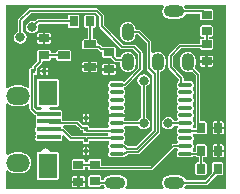
<source format=gbr>
%TF.GenerationSoftware,Altium Limited,Altium Designer,20.1.8 (145)*%
G04 Layer_Physical_Order=1*
G04 Layer_Color=255*
%FSLAX44Y44*%
%MOMM*%
%TF.SameCoordinates,E54140C2-77ED-4701-9F9C-26571285D32F*%
%TF.FilePolarity,Positive*%
%TF.FileFunction,Copper,L1,Top,Signal*%
%TF.Part,Single*%
G01*
G75*
%TA.AperFunction,SMDPad,CuDef*%
G04:AMPARAMS|DCode=10|XSize=0.35mm|YSize=1.15mm|CornerRadius=0.0875mm|HoleSize=0mm|Usage=FLASHONLY|Rotation=270.000|XOffset=0mm|YOffset=0mm|HoleType=Round|Shape=RoundedRectangle|*
%AMROUNDEDRECTD10*
21,1,0.3500,0.9750,0,0,270.0*
21,1,0.1750,1.1500,0,0,270.0*
1,1,0.1750,-0.4875,-0.0875*
1,1,0.1750,-0.4875,0.0875*
1,1,0.1750,0.4875,0.0875*
1,1,0.1750,0.4875,-0.0875*
%
%ADD10ROUNDEDRECTD10*%
G04:AMPARAMS|DCode=11|XSize=0.35mm|YSize=2mm|CornerRadius=0.0018mm|HoleSize=0mm|Usage=FLASHONLY|Rotation=270.000|XOffset=0mm|YOffset=0mm|HoleType=Round|Shape=RoundedRectangle|*
%AMROUNDEDRECTD11*
21,1,0.3500,1.9965,0,0,270.0*
21,1,0.3465,2.0000,0,0,270.0*
1,1,0.0035,-0.9983,-0.1733*
1,1,0.0035,-0.9983,0.1733*
1,1,0.0035,0.9983,0.1733*
1,1,0.0035,0.9983,-0.1733*
%
%ADD11ROUNDEDRECTD11*%
G04:AMPARAMS|DCode=12|XSize=2.1mm|YSize=1.6mm|CornerRadius=0.008mm|HoleSize=0mm|Usage=FLASHONLY|Rotation=270.000|XOffset=0mm|YOffset=0mm|HoleType=Round|Shape=RoundedRectangle|*
%AMROUNDEDRECTD12*
21,1,2.1000,1.5840,0,0,270.0*
21,1,2.0840,1.6000,0,0,270.0*
1,1,0.0160,-0.7920,-1.0420*
1,1,0.0160,-0.7920,1.0420*
1,1,0.0160,0.7920,1.0420*
1,1,0.0160,0.7920,-1.0420*
%
%ADD12ROUNDEDRECTD12*%
G04:AMPARAMS|DCode=13|XSize=0.85mm|YSize=0.65mm|CornerRadius=0.0033mm|HoleSize=0mm|Usage=FLASHONLY|Rotation=0.000|XOffset=0mm|YOffset=0mm|HoleType=Round|Shape=RoundedRectangle|*
%AMROUNDEDRECTD13*
21,1,0.8500,0.6435,0,0,0.0*
21,1,0.8435,0.6500,0,0,0.0*
1,1,0.0065,0.4218,-0.3218*
1,1,0.0065,-0.4218,-0.3218*
1,1,0.0065,-0.4218,0.3218*
1,1,0.0065,0.4218,0.3218*
%
%ADD13ROUNDEDRECTD13*%
G04:AMPARAMS|DCode=14|XSize=0.6mm|YSize=1mm|CornerRadius=0.003mm|HoleSize=0mm|Usage=FLASHONLY|Rotation=270.000|XOffset=0mm|YOffset=0mm|HoleType=Round|Shape=RoundedRectangle|*
%AMROUNDEDRECTD14*
21,1,0.6000,0.9940,0,0,270.0*
21,1,0.5940,1.0000,0,0,270.0*
1,1,0.0060,-0.4970,-0.2970*
1,1,0.0060,-0.4970,0.2970*
1,1,0.0060,0.4970,0.2970*
1,1,0.0060,0.4970,-0.2970*
%
%ADD14ROUNDEDRECTD14*%
G04:AMPARAMS|DCode=15|XSize=0.8mm|YSize=0.7mm|CornerRadius=0.0035mm|HoleSize=0mm|Usage=FLASHONLY|Rotation=180.000|XOffset=0mm|YOffset=0mm|HoleType=Round|Shape=RoundedRectangle|*
%AMROUNDEDRECTD15*
21,1,0.8000,0.6930,0,0,180.0*
21,1,0.7930,0.7000,0,0,180.0*
1,1,0.0070,-0.3965,0.3465*
1,1,0.0070,0.3965,0.3465*
1,1,0.0070,0.3965,-0.3465*
1,1,0.0070,-0.3965,-0.3465*
%
%ADD15ROUNDEDRECTD15*%
G04:AMPARAMS|DCode=16|XSize=0.85mm|YSize=0.65mm|CornerRadius=0.0033mm|HoleSize=0mm|Usage=FLASHONLY|Rotation=270.000|XOffset=0mm|YOffset=0mm|HoleType=Round|Shape=RoundedRectangle|*
%AMROUNDEDRECTD16*
21,1,0.8500,0.6435,0,0,270.0*
21,1,0.8435,0.6500,0,0,270.0*
1,1,0.0065,-0.3218,-0.4218*
1,1,0.0065,-0.3218,0.4218*
1,1,0.0065,0.3218,0.4218*
1,1,0.0065,0.3218,-0.4218*
%
%ADD16ROUNDEDRECTD16*%
G04:AMPARAMS|DCode=17|XSize=0.3mm|YSize=0.4mm|CornerRadius=0.0015mm|HoleSize=0mm|Usage=FLASHONLY|Rotation=90.000|XOffset=0mm|YOffset=0mm|HoleType=Round|Shape=RoundedRectangle|*
%AMROUNDEDRECTD17*
21,1,0.3000,0.3970,0,0,90.0*
21,1,0.2970,0.4000,0,0,90.0*
1,1,0.0030,0.1985,0.1485*
1,1,0.0030,0.1985,-0.1485*
1,1,0.0030,-0.1985,-0.1485*
1,1,0.0030,-0.1985,0.1485*
%
%ADD17ROUNDEDRECTD17*%
G04:AMPARAMS|DCode=18|XSize=0.8mm|YSize=0.7mm|CornerRadius=0.0035mm|HoleSize=0mm|Usage=FLASHONLY|Rotation=270.000|XOffset=0mm|YOffset=0mm|HoleType=Round|Shape=RoundedRectangle|*
%AMROUNDEDRECTD18*
21,1,0.8000,0.6930,0,0,270.0*
21,1,0.7930,0.7000,0,0,270.0*
1,1,0.0070,-0.3465,-0.3965*
1,1,0.0070,-0.3465,0.3965*
1,1,0.0070,0.3465,0.3965*
1,1,0.0070,0.3465,-0.3965*
%
%ADD18ROUNDEDRECTD18*%
G04:AMPARAMS|DCode=19|XSize=0.3mm|YSize=0.4mm|CornerRadius=0.0015mm|HoleSize=0mm|Usage=FLASHONLY|Rotation=180.000|XOffset=0mm|YOffset=0mm|HoleType=Round|Shape=RoundedRectangle|*
%AMROUNDEDRECTD19*
21,1,0.3000,0.3970,0,0,180.0*
21,1,0.2970,0.4000,0,0,180.0*
1,1,0.0030,-0.1485,0.1985*
1,1,0.0030,0.1485,0.1985*
1,1,0.0030,0.1485,-0.1985*
1,1,0.0030,-0.1485,-0.1985*
%
%ADD19ROUNDEDRECTD19*%
%TA.AperFunction,Conductor*%
%ADD20C,0.1270*%
%ADD21C,0.1524*%
%TA.AperFunction,ComponentPad*%
%ADD22O,2.0000X1.5000*%
G04:AMPARAMS|DCode=23|XSize=1.75mm|YSize=3.25mm|CornerRadius=0.875mm|HoleSize=0mm|Usage=FLASHONLY|Rotation=180.000|XOffset=0mm|YOffset=0mm|HoleType=Round|Shape=RoundedRectangle|*
%AMROUNDEDRECTD23*
21,1,1.7500,1.5000,0,0,180.0*
21,1,0.0000,3.2500,0,0,180.0*
1,1,1.7500,0.0000,0.7500*
1,1,1.7500,0.0000,0.7500*
1,1,1.7500,0.0000,-0.7500*
1,1,1.7500,0.0000,-0.7500*
%
%ADD23ROUNDEDRECTD23*%
%ADD24O,1.7500X3.2500*%
%ADD25O,1.7500X1.0000*%
G04:AMPARAMS|DCode=26|XSize=1.1mm|YSize=1.5mm|CornerRadius=0.55mm|HoleSize=0mm|Usage=FLASHONLY|Rotation=0.000|XOffset=0mm|YOffset=0mm|HoleType=Round|Shape=RoundedRectangle|*
%AMROUNDEDRECTD26*
21,1,1.1000,0.4000,0,0,0.0*
21,1,0.0000,1.5000,0,0,0.0*
1,1,1.1000,0.0000,-0.2000*
1,1,1.1000,0.0000,-0.2000*
1,1,1.1000,0.0000,0.2000*
1,1,1.1000,0.0000,0.2000*
%
%ADD26ROUNDEDRECTD26*%
%TA.AperFunction,ViaPad*%
%ADD27C,0.8000*%
%ADD28C,0.8000*%
G36*
X10218187Y10001813D02*
X10183680D01*
X10183004Y10003464D01*
X10184066Y10005054D01*
X10184166Y10005558D01*
X10201332D01*
X10202076Y10005706D01*
X10202706Y10006127D01*
X10209855Y10013276D01*
X10209855Y10013276D01*
X10210276Y10013906D01*
X10210289Y10013969D01*
X10214777D01*
X10215775Y10014382D01*
X10216189Y10015381D01*
Y10023311D01*
X10215775Y10024310D01*
X10214777Y10024724D01*
X10207847D01*
X10206848Y10024310D01*
X10206434Y10023311D01*
Y10015381D01*
X10206443Y10015358D01*
X10200528Y10009442D01*
X10184166D01*
X10184066Y10009946D01*
X10182681Y10012020D01*
X10180607Y10013406D01*
X10178160Y10013893D01*
X10170660D01*
X10168214Y10013406D01*
X10166140Y10012020D01*
X10164754Y10009946D01*
X10164267Y10007500D01*
X10164754Y10005054D01*
X10165816Y10003464D01*
X10165140Y10001813D01*
X10133680D01*
X10133004Y10003464D01*
X10134066Y10005054D01*
X10134553Y10007500D01*
X10134066Y10009946D01*
X10132681Y10012020D01*
X10130607Y10013406D01*
X10128160Y10013893D01*
X10120660D01*
X10118214Y10013406D01*
X10116140Y10012020D01*
X10114754Y10009946D01*
X10114653Y10009442D01*
X10112484D01*
Y10012186D01*
X10112070Y10013184D01*
X10111071Y10013598D01*
X10103141D01*
X10102142Y10013184D01*
X10101729Y10012186D01*
Y10005256D01*
X10102142Y10004257D01*
X10103141Y10003843D01*
X10111071D01*
X10112070Y10004257D01*
X10112484Y10005256D01*
Y10005558D01*
X10114653D01*
X10114754Y10005054D01*
X10115816Y10003464D01*
X10115140Y10001813D01*
X10031813D01*
Y10017614D01*
X10033464Y10018041D01*
X10035051Y10016824D01*
X10037184Y10015940D01*
X10039473Y10015638D01*
X10044473D01*
X10046763Y10015940D01*
X10048896Y10016824D01*
X10050728Y10018229D01*
X10052134Y10020062D01*
X10053018Y10022195D01*
X10053319Y10024484D01*
X10053018Y10026774D01*
X10052134Y10028907D01*
X10050728Y10030739D01*
X10048896Y10032145D01*
X10046763Y10033029D01*
X10044473Y10033330D01*
X10039473D01*
X10037184Y10033029D01*
X10035051Y10032145D01*
X10033464Y10030928D01*
X10031813Y10031356D01*
Y10074213D01*
X10033464Y10074641D01*
X10035051Y10073423D01*
X10037184Y10072540D01*
X10039473Y10072239D01*
X10044473D01*
X10046763Y10072540D01*
X10048896Y10073423D01*
X10050283Y10074487D01*
X10051934Y10073867D01*
Y10070246D01*
X10051934Y10070246D01*
X10052091Y10069453D01*
X10052540Y10068781D01*
X10056014Y10065308D01*
X10056014Y10065307D01*
X10056686Y10064858D01*
X10057097Y10064777D01*
Y10064052D01*
X10057505Y10063066D01*
Y10062002D01*
X10057097Y10061017D01*
Y10057552D01*
X10057314Y10057028D01*
X10057264Y10055732D01*
X10057064Y10055042D01*
X10056847Y10054517D01*
Y10051052D01*
X10057255Y10050067D01*
Y10049002D01*
X10056847Y10048017D01*
Y10044552D01*
X10057255Y10043566D01*
X10058241Y10043158D01*
X10078206D01*
X10079191Y10043566D01*
X10079599Y10044552D01*
Y10047117D01*
X10081250Y10047801D01*
X10085499Y10043552D01*
X10085499Y10043552D01*
X10086129Y10043131D01*
X10086873Y10042983D01*
X10086873Y10042983D01*
X10096911D01*
Y10041581D01*
X10097318Y10040598D01*
X10098302Y10040190D01*
X10101271D01*
X10102255Y10040598D01*
X10102662Y10041581D01*
Y10042983D01*
X10119003D01*
X10119186Y10042708D01*
X10119323Y10042485D01*
Y10040867D01*
X10119186Y10040643D01*
X10118848Y10040138D01*
X10118682Y10039301D01*
Y10037551D01*
X10118848Y10036714D01*
X10119241Y10036127D01*
X10119323Y10035992D01*
Y10034360D01*
X10119241Y10034225D01*
X10118848Y10033638D01*
X10118682Y10032801D01*
Y10031051D01*
X10118848Y10030214D01*
X10119323Y10029504D01*
X10120032Y10029030D01*
X10120869Y10028864D01*
X10130619D01*
X10131456Y10029030D01*
X10132166Y10029504D01*
X10132451Y10029930D01*
X10133017Y10030043D01*
X10133647Y10030464D01*
X10135119Y10031936D01*
X10144183D01*
X10144926Y10032084D01*
X10145556Y10032505D01*
X10161760Y10048708D01*
X10161760Y10048709D01*
X10162181Y10049339D01*
X10162329Y10050082D01*
Y10101152D01*
X10163801Y10101762D01*
X10165215Y10102847D01*
X10166300Y10104261D01*
X10166982Y10105908D01*
X10167215Y10107676D01*
Y10111675D01*
X10166982Y10113443D01*
X10166300Y10115090D01*
X10165215Y10116504D01*
X10163801Y10117589D01*
X10162154Y10118271D01*
X10160386Y10118504D01*
X10158619Y10118271D01*
X10156972Y10117589D01*
X10156575Y10117284D01*
X10154924Y10118098D01*
Y10126564D01*
X10154776Y10127308D01*
X10154355Y10127938D01*
X10145844Y10136449D01*
X10145214Y10136870D01*
X10144471Y10137018D01*
X10141815D01*
Y10137075D01*
X10141582Y10138843D01*
X10140900Y10140490D01*
X10139815Y10141904D01*
X10138401Y10142989D01*
X10136754Y10143671D01*
X10134987Y10143904D01*
X10133219Y10143671D01*
X10131572Y10142989D01*
X10130158Y10141904D01*
X10129073Y10140490D01*
X10128391Y10138843D01*
X10128158Y10137075D01*
Y10133076D01*
X10128391Y10131308D01*
X10129073Y10129661D01*
X10130158Y10128247D01*
X10131572Y10127162D01*
X10133219Y10126479D01*
X10134987Y10126247D01*
X10136754Y10126479D01*
X10138401Y10127162D01*
X10139815Y10128247D01*
X10140900Y10129661D01*
X10141582Y10131308D01*
X10141815Y10133076D01*
Y10133133D01*
X10143666D01*
X10151039Y10125760D01*
Y10104608D01*
X10151187Y10103865D01*
X10151608Y10103235D01*
X10155904Y10098939D01*
Y10051939D01*
X10142326Y10038361D01*
X10135128D01*
X10133689Y10039799D01*
X10133059Y10040220D01*
X10132512Y10040329D01*
X10132302Y10040643D01*
X10132166Y10040867D01*
Y10042485D01*
X10132302Y10042708D01*
X10132640Y10043214D01*
X10132806Y10044051D01*
Y10045801D01*
X10132640Y10046638D01*
X10132302Y10047144D01*
X10132166Y10047367D01*
Y10048985D01*
X10132302Y10049208D01*
X10132640Y10049714D01*
X10132806Y10050551D01*
Y10052301D01*
X10132640Y10053138D01*
X10132302Y10053643D01*
X10132166Y10053867D01*
Y10054300D01*
X10133663Y10055854D01*
X10143727D01*
X10144881Y10054127D01*
X10146624Y10052961D01*
X10148680Y10052552D01*
X10150737Y10052961D01*
X10152480Y10054127D01*
X10153644Y10055870D01*
X10154054Y10057926D01*
X10153644Y10059982D01*
X10152480Y10061725D01*
X10150753Y10062880D01*
Y10088996D01*
X10152480Y10090150D01*
X10153644Y10091893D01*
X10154054Y10093950D01*
X10153644Y10096006D01*
X10152480Y10097749D01*
X10150737Y10098914D01*
X10148680Y10099323D01*
X10146624Y10098914D01*
X10144881Y10097749D01*
X10143716Y10096006D01*
X10143307Y10093950D01*
X10143716Y10091893D01*
X10144881Y10090150D01*
X10146609Y10088996D01*
Y10062880D01*
X10144881Y10061725D01*
X10143727Y10059998D01*
X10132399D01*
X10132302Y10060143D01*
X10132166Y10060367D01*
Y10061985D01*
X10132302Y10062208D01*
X10132640Y10062714D01*
X10132778Y10063410D01*
X10125743D01*
X10118710D01*
X10118848Y10062714D01*
X10119186Y10062208D01*
X10119323Y10061985D01*
Y10060367D01*
X10119186Y10060143D01*
X10118848Y10059637D01*
X10118682Y10058801D01*
Y10057051D01*
X10118848Y10056214D01*
X10119186Y10055708D01*
X10119323Y10055485D01*
Y10054886D01*
X10117878Y10053368D01*
X10102662D01*
Y10054757D01*
X10102255Y10055740D01*
X10101271Y10056148D01*
X10098302D01*
X10097952Y10056003D01*
X10097119D01*
X10093566Y10059556D01*
X10092936Y10059977D01*
X10092192Y10060125D01*
X10079849D01*
Y10061017D01*
X10079441Y10062002D01*
Y10063066D01*
X10079849Y10064052D01*
Y10067517D01*
X10079441Y10068502D01*
X10078456Y10068911D01*
X10069254D01*
X10069169Y10069003D01*
X10068549Y10070498D01*
X10068910Y10071142D01*
X10069025Y10071313D01*
X10069034Y10071364D01*
X10069337Y10071903D01*
X10075393D01*
X10076426Y10072331D01*
X10076854Y10073364D01*
Y10094204D01*
X10076426Y10095237D01*
X10075393Y10095665D01*
X10059553D01*
X10058520Y10095237D01*
X10058092Y10094204D01*
Y10073364D01*
X10058520Y10072331D01*
X10059553Y10071903D01*
X10061609D01*
X10061912Y10071364D01*
X10061922Y10071313D01*
X10062036Y10071142D01*
X10062398Y10070498D01*
X10061778Y10069003D01*
X10061693Y10068911D01*
X10058491D01*
X10058335Y10068846D01*
X10056077Y10071104D01*
Y10098958D01*
X10057083D01*
X10058066Y10099365D01*
X10058474Y10100349D01*
Y10103319D01*
X10058408Y10103478D01*
Y10104656D01*
X10062160Y10108408D01*
X10062160Y10108408D01*
X10062609Y10109080D01*
X10062767Y10109873D01*
X10064146Y10110556D01*
X10068383D01*
X10069380Y10110969D01*
X10069792Y10111966D01*
Y10113112D01*
X10074500D01*
Y10112213D01*
X10074911Y10111218D01*
X10075906Y10110806D01*
X10085847D01*
X10086841Y10111218D01*
X10087253Y10112213D01*
Y10118154D01*
X10086841Y10119149D01*
X10085847Y10119561D01*
X10075906D01*
X10074911Y10119149D01*
X10074500Y10118154D01*
Y10117255D01*
X10069792D01*
Y10118401D01*
X10069380Y10119398D01*
X10068383Y10119811D01*
X10059948D01*
X10058951Y10119398D01*
X10058538Y10118401D01*
Y10111966D01*
X10058624Y10111759D01*
Y10110731D01*
X10054871Y10106979D01*
X10054422Y10106307D01*
X10054264Y10105514D01*
X10053113Y10104710D01*
X10052130Y10104302D01*
X10051722Y10103319D01*
Y10100349D01*
X10051934Y10099839D01*
Y10088302D01*
X10050283Y10087681D01*
X10048896Y10088745D01*
X10046763Y10089628D01*
X10044473Y10089930D01*
X10039473D01*
X10037184Y10089628D01*
X10035051Y10088745D01*
X10033464Y10087527D01*
X10031813Y10087955D01*
Y10158187D01*
X10165140Y10158187D01*
X10165816Y10156536D01*
X10164754Y10154946D01*
X10164267Y10152500D01*
X10164754Y10150054D01*
X10166140Y10147980D01*
X10168214Y10146594D01*
X10170660Y10146107D01*
X10178160D01*
X10180607Y10146594D01*
X10182681Y10147980D01*
X10184066Y10150054D01*
X10184166Y10150558D01*
X10196428D01*
Y10146311D01*
X10196841Y10145312D01*
X10197840Y10144899D01*
X10205770D01*
X10206769Y10145312D01*
X10207183Y10146311D01*
Y10153241D01*
X10206769Y10154240D01*
X10205770Y10154653D01*
X10197840D01*
X10197330Y10154442D01*
X10184166D01*
X10184066Y10154946D01*
X10183004Y10156536D01*
X10183680Y10158187D01*
X10218187D01*
Y10001813D01*
D02*
G37*
G36*
X10094940Y10052687D02*
X10095571Y10052266D01*
X10096314Y10052119D01*
X10096911D01*
Y10050787D01*
X10097318Y10049803D01*
X10098302Y10049396D01*
X10101271D01*
X10101483Y10049484D01*
X10118087D01*
X10118796Y10047833D01*
X10117878Y10046868D01*
X10101451D01*
X10101271Y10046942D01*
X10098302D01*
X10098123Y10046868D01*
X10087677D01*
X10081499Y10053046D01*
X10080869Y10053467D01*
X10080678Y10053505D01*
X10080055Y10054819D01*
X10080173Y10055047D01*
X10081212Y10056240D01*
X10091388D01*
X10094940Y10052687D01*
D02*
G37*
%LPC*%
G36*
X10092672Y10149525D02*
X10085742D01*
X10084743Y10149112D01*
X10084329Y10148113D01*
Y10146090D01*
X10059010D01*
X10059010Y10146090D01*
X10058267Y10145942D01*
X10057637Y10145521D01*
X10056199Y10144083D01*
X10056102Y10144148D01*
X10054046Y10144557D01*
X10051990Y10144148D01*
X10050247Y10142983D01*
X10049081Y10141240D01*
X10048672Y10139183D01*
X10049081Y10137128D01*
X10050247Y10135384D01*
X10051990Y10134219D01*
X10054046Y10133810D01*
X10056102Y10134219D01*
X10057845Y10135384D01*
X10059010Y10137128D01*
X10059419Y10139183D01*
X10059086Y10140856D01*
X10059978Y10141937D01*
X10060350Y10142205D01*
X10084329D01*
Y10140183D01*
X10084743Y10139184D01*
X10085742Y10138770D01*
X10092672D01*
X10093671Y10139184D01*
X10094084Y10140183D01*
Y10148113D01*
X10093671Y10149112D01*
X10092672Y10149525D01*
D02*
G37*
G36*
X10068383Y10134311D02*
X10065181D01*
Y10130699D01*
X10069792D01*
Y10132901D01*
X10069380Y10133898D01*
X10068383Y10134311D01*
D02*
G37*
G36*
X10063149D02*
X10059948D01*
X10058951Y10133898D01*
X10058538Y10132901D01*
Y10130699D01*
X10063149D01*
Y10134311D01*
D02*
G37*
G36*
X10069792Y10128668D02*
X10065181D01*
Y10125056D01*
X10068383D01*
X10069380Y10125469D01*
X10069792Y10126466D01*
Y10128668D01*
D02*
G37*
G36*
X10063149D02*
X10058538D01*
Y10126466D01*
X10058951Y10125469D01*
X10059948Y10125056D01*
X10063149D01*
Y10128668D01*
D02*
G37*
G36*
X10205770Y10140654D02*
X10197840D01*
X10196841Y10140240D01*
X10196428Y10139241D01*
Y10132311D01*
X10196841Y10131312D01*
X10197840Y10130898D01*
X10199863D01*
Y10129229D01*
X10197587D01*
X10196591Y10128816D01*
X10196177Y10127819D01*
Y10125145D01*
X10179761D01*
X10179019Y10124998D01*
X10178388Y10124576D01*
X10170135Y10116324D01*
X10169715Y10115694D01*
X10169567Y10114951D01*
Y10105480D01*
X10169715Y10104738D01*
X10170135Y10104107D01*
X10178582Y10095661D01*
Y10093431D01*
X10178032Y10093322D01*
X10177322Y10092847D01*
X10176849Y10092137D01*
X10176682Y10091301D01*
Y10089551D01*
X10176849Y10088714D01*
X10177186Y10088208D01*
X10177322Y10087985D01*
Y10086367D01*
X10177186Y10086143D01*
X10176849Y10085638D01*
X10176682Y10084801D01*
Y10083051D01*
X10176849Y10082214D01*
X10177186Y10081708D01*
X10177322Y10081485D01*
Y10079867D01*
X10177186Y10079644D01*
X10176849Y10079138D01*
X10176682Y10078301D01*
Y10076551D01*
X10176849Y10075714D01*
X10177186Y10075208D01*
X10177322Y10074985D01*
Y10073367D01*
X10177186Y10073143D01*
X10176849Y10072638D01*
X10176682Y10071801D01*
Y10070051D01*
X10176849Y10069214D01*
X10177186Y10068708D01*
X10177322Y10068484D01*
Y10066866D01*
X10177186Y10066643D01*
X10176849Y10066138D01*
X10176682Y10065301D01*
Y10063551D01*
X10176849Y10062714D01*
X10177186Y10062208D01*
X10177322Y10061985D01*
Y10061552D01*
X10175841Y10060015D01*
X10174224Y10060096D01*
X10173135Y10061725D01*
X10171392Y10062890D01*
X10169336Y10063299D01*
X10167280Y10062890D01*
X10165536Y10061725D01*
X10164371Y10059982D01*
X10163962Y10057926D01*
X10164371Y10055870D01*
X10165536Y10054127D01*
X10167280Y10052961D01*
X10169336Y10052552D01*
X10171392Y10052961D01*
X10173135Y10054127D01*
X10174290Y10055854D01*
X10177089D01*
X10177186Y10055708D01*
X10177322Y10055485D01*
Y10053867D01*
X10177186Y10053643D01*
X10176849Y10053138D01*
X10176682Y10052301D01*
Y10050551D01*
X10176849Y10049714D01*
X10177186Y10049208D01*
X10177322Y10048985D01*
Y10047367D01*
X10177186Y10047144D01*
X10176849Y10046638D01*
X10176682Y10045801D01*
Y10044051D01*
X10176849Y10043214D01*
X10177186Y10042708D01*
X10177322Y10042485D01*
Y10041887D01*
X10175878Y10040368D01*
X10173749D01*
X10173005Y10040220D01*
X10172375Y10039799D01*
X10154404Y10021828D01*
X10112484D01*
Y10026186D01*
X10112070Y10027184D01*
X10111071Y10027598D01*
X10103141D01*
X10102142Y10027184D01*
X10101729Y10026186D01*
Y10024663D01*
X10098965D01*
Y10025938D01*
X10098553Y10026935D01*
X10097556Y10027348D01*
X10089121D01*
X10088124Y10026935D01*
X10087711Y10025938D01*
Y10019503D01*
X10088124Y10018506D01*
X10089121Y10018093D01*
X10097556D01*
X10098553Y10018506D01*
X10098965Y10019503D01*
Y10020778D01*
X10101729D01*
Y10019256D01*
X10102142Y10018257D01*
X10103141Y10017843D01*
X10111071D01*
X10111312Y10017943D01*
X10155209D01*
X10155952Y10018091D01*
X10156582Y10018512D01*
X10174553Y10036484D01*
X10177003D01*
X10177186Y10036208D01*
X10177322Y10035984D01*
Y10034366D01*
X10177186Y10034143D01*
X10176849Y10033638D01*
X10176682Y10032801D01*
Y10031051D01*
X10176849Y10030214D01*
X10177322Y10029504D01*
X10178032Y10029030D01*
X10178869Y10028864D01*
X10188619D01*
X10189456Y10029030D01*
X10190165Y10029504D01*
X10190486Y10029984D01*
X10192794D01*
X10193097Y10029251D01*
X10194094Y10028839D01*
X10195369D01*
Y10024724D01*
X10193846D01*
X10192848Y10024310D01*
X10192434Y10023311D01*
Y10015381D01*
X10192848Y10014382D01*
X10193846Y10013969D01*
X10200776D01*
X10201776Y10014382D01*
X10202189Y10015381D01*
Y10023311D01*
X10201776Y10024310D01*
X10200776Y10024724D01*
X10199254D01*
Y10028839D01*
X10200529D01*
X10201526Y10029251D01*
X10201939Y10030248D01*
Y10038683D01*
X10201526Y10039680D01*
X10200529Y10040093D01*
X10194094D01*
X10193097Y10039680D01*
X10192684Y10038683D01*
Y10033868D01*
X10190486D01*
X10190302Y10034143D01*
X10190165Y10034366D01*
Y10035984D01*
X10190302Y10036208D01*
X10190640Y10036714D01*
X10190806Y10037551D01*
Y10039301D01*
X10190640Y10040138D01*
X10190302Y10040643D01*
X10190165Y10040867D01*
Y10042485D01*
X10190302Y10042708D01*
X10190640Y10043214D01*
X10190806Y10044051D01*
Y10045801D01*
X10190640Y10046638D01*
X10190302Y10047144D01*
X10190165Y10047367D01*
Y10047965D01*
X10191268Y10049125D01*
X10193027Y10048920D01*
X10193097Y10048751D01*
X10194094Y10048339D01*
X10200529D01*
X10201526Y10048751D01*
X10201939Y10049749D01*
Y10058183D01*
X10201526Y10059180D01*
X10200529Y10059593D01*
X10196690D01*
Y10098981D01*
X10196542Y10099724D01*
X10196121Y10100354D01*
X10191851Y10104625D01*
X10192382Y10105908D01*
X10192615Y10107676D01*
Y10111675D01*
X10192382Y10113443D01*
X10191700Y10115090D01*
X10190615Y10116504D01*
X10189201Y10117589D01*
X10187554Y10118271D01*
X10185787Y10118504D01*
X10184019Y10118271D01*
X10182372Y10117589D01*
X10180958Y10116504D01*
X10179873Y10115090D01*
X10179191Y10113443D01*
X10178958Y10111675D01*
Y10107676D01*
X10179191Y10105908D01*
X10179873Y10104261D01*
X10180958Y10102847D01*
X10182372Y10101762D01*
X10184019Y10101080D01*
X10185787Y10100847D01*
X10187554Y10101080D01*
X10189201Y10101762D01*
X10189211Y10101770D01*
X10192806Y10098176D01*
Y10058477D01*
X10192684Y10058183D01*
Y10053368D01*
X10190486D01*
X10190302Y10053643D01*
X10190165Y10053867D01*
Y10055485D01*
X10190302Y10055708D01*
X10190640Y10056214D01*
X10190806Y10057051D01*
Y10058801D01*
X10190640Y10059637D01*
X10190302Y10060143D01*
X10190165Y10060367D01*
Y10061985D01*
X10190302Y10062208D01*
X10190640Y10062714D01*
X10190806Y10063551D01*
Y10065301D01*
X10190640Y10066138D01*
X10190302Y10066643D01*
X10190165Y10066866D01*
Y10068484D01*
X10190302Y10068708D01*
X10190640Y10069214D01*
X10190806Y10070051D01*
Y10071801D01*
X10190640Y10072638D01*
X10190302Y10073143D01*
X10190165Y10073367D01*
Y10074985D01*
X10190302Y10075208D01*
X10190640Y10075714D01*
X10190806Y10076551D01*
Y10078301D01*
X10190640Y10079138D01*
X10190302Y10079644D01*
X10190165Y10079867D01*
Y10081485D01*
X10190302Y10081708D01*
X10190640Y10082214D01*
X10190806Y10083051D01*
Y10084801D01*
X10190640Y10085638D01*
X10190302Y10086143D01*
X10190165Y10086367D01*
Y10087985D01*
X10190302Y10088208D01*
X10190640Y10088714D01*
X10190806Y10089551D01*
Y10091301D01*
X10190640Y10092137D01*
X10190165Y10092847D01*
X10189456Y10093322D01*
X10188619Y10093488D01*
X10182466D01*
Y10096466D01*
X10182319Y10097209D01*
X10181898Y10097839D01*
X10181898Y10097839D01*
X10173452Y10106285D01*
Y10114146D01*
X10180566Y10121260D01*
X10196229D01*
X10196591Y10120387D01*
X10197587Y10119974D01*
X10206022D01*
X10207019Y10120387D01*
X10207432Y10121384D01*
Y10127819D01*
X10207019Y10128816D01*
X10206022Y10129229D01*
X10203747D01*
Y10130898D01*
X10205770D01*
X10206769Y10131312D01*
X10207183Y10132311D01*
Y10139241D01*
X10206769Y10140240D01*
X10205770Y10140654D01*
D02*
G37*
G36*
X10206022Y10114729D02*
X10202820D01*
Y10111117D01*
X10207432D01*
Y10113319D01*
X10207019Y10114316D01*
X10206022Y10114729D01*
D02*
G37*
G36*
X10200789D02*
X10197587D01*
X10196591Y10114316D01*
X10196177Y10113319D01*
Y10111117D01*
X10200789D01*
Y10114729D01*
D02*
G37*
G36*
X10107847Y10110060D02*
X10103892D01*
Y10106700D01*
X10109254D01*
Y10108654D01*
X10108842Y10109648D01*
X10107847Y10110060D01*
D02*
G37*
G36*
X10101860D02*
X10097906D01*
X10096912Y10109648D01*
X10096500Y10108654D01*
Y10106700D01*
X10101860D01*
Y10110060D01*
D02*
G37*
G36*
X10207432Y10109085D02*
X10202820D01*
Y10105474D01*
X10206022D01*
X10207019Y10105887D01*
X10207432Y10106884D01*
Y10109085D01*
D02*
G37*
G36*
X10200789D02*
X10196177D01*
Y10106884D01*
X10196591Y10105887D01*
X10197587Y10105474D01*
X10200789D01*
Y10109085D01*
D02*
G37*
G36*
X10123403Y10108031D02*
X10120201D01*
Y10104420D01*
X10124813D01*
Y10106622D01*
X10124399Y10107618D01*
X10123403Y10108031D01*
D02*
G37*
G36*
X10118169D02*
X10114968D01*
X10113971Y10107618D01*
X10113558Y10106622D01*
Y10104420D01*
X10118169D01*
Y10108031D01*
D02*
G37*
G36*
X10066583Y10104710D02*
X10065615D01*
Y10102850D01*
X10067974D01*
Y10103319D01*
X10067567Y10104302D01*
X10066583Y10104710D01*
D02*
G37*
G36*
X10063583D02*
X10062613D01*
X10061630Y10104302D01*
X10061222Y10103319D01*
Y10102850D01*
X10063583D01*
Y10104710D01*
D02*
G37*
G36*
X10109254Y10104668D02*
X10103892D01*
Y10101306D01*
X10107847D01*
X10108842Y10101719D01*
X10109254Y10102714D01*
Y10104668D01*
D02*
G37*
G36*
X10101860D02*
X10096500D01*
Y10102714D01*
X10096912Y10101719D01*
X10097906Y10101306D01*
X10101860D01*
Y10104668D01*
D02*
G37*
G36*
X10106672Y10149525D02*
X10099742D01*
X10098743Y10149112D01*
X10098329Y10148113D01*
Y10140183D01*
X10098743Y10139184D01*
X10099742Y10138770D01*
X10101135D01*
Y10129061D01*
X10097906D01*
X10096912Y10128649D01*
X10096500Y10127653D01*
Y10121713D01*
X10096912Y10120718D01*
X10097906Y10120306D01*
X10107847D01*
X10108050Y10120391D01*
X10109751D01*
X10111248Y10118895D01*
X10111248Y10118895D01*
X10111920Y10118445D01*
X10112712Y10118288D01*
X10113558D01*
Y10114686D01*
X10113971Y10113690D01*
X10114968Y10113277D01*
X10120714D01*
X10120759Y10113051D01*
X10121208Y10112379D01*
X10123505Y10110082D01*
X10124177Y10109633D01*
X10124970Y10109474D01*
X10124970Y10109475D01*
X10128158D01*
Y10107676D01*
X10128391Y10105908D01*
X10129073Y10104261D01*
X10130158Y10102847D01*
X10131572Y10101762D01*
X10133219Y10101080D01*
X10134987Y10100847D01*
X10136754Y10101080D01*
X10138401Y10101762D01*
X10139815Y10102847D01*
X10140900Y10104261D01*
X10141582Y10105908D01*
X10141815Y10107676D01*
Y10111675D01*
X10141582Y10113443D01*
X10140900Y10115090D01*
X10139815Y10116504D01*
X10138401Y10117589D01*
X10136754Y10118271D01*
X10134987Y10118504D01*
X10133219Y10118271D01*
X10131572Y10117589D01*
X10130158Y10116504D01*
X10129073Y10115090D01*
X10128464Y10113618D01*
X10125923D01*
X10124813Y10114686D01*
Y10121121D01*
X10124399Y10122119D01*
X10123403Y10122531D01*
X10114968D01*
X10114727Y10122431D01*
X10113571D01*
X10112075Y10123928D01*
X10111403Y10124377D01*
X10110609Y10124534D01*
X10109254Y10125463D01*
Y10127653D01*
X10108842Y10128649D01*
X10107847Y10129061D01*
X10105278D01*
Y10138770D01*
X10106672D01*
X10107670Y10139184D01*
X10108084Y10140183D01*
Y10148113D01*
X10107670Y10149112D01*
X10106672Y10149525D01*
D02*
G37*
G36*
X10067974Y10100818D02*
X10065615D01*
Y10098958D01*
X10066583D01*
X10067567Y10099365D01*
X10067974Y10100349D01*
Y10100818D01*
D02*
G37*
G36*
X10063583D02*
X10061222D01*
Y10100349D01*
X10061630Y10099365D01*
X10062613Y10098958D01*
X10063583D01*
Y10100818D01*
D02*
G37*
G36*
X10124813Y10102388D02*
X10120201D01*
Y10098777D01*
X10123403D01*
X10124399Y10099189D01*
X10124813Y10100187D01*
Y10102388D01*
D02*
G37*
G36*
X10118169D02*
X10113558D01*
Y10100187D01*
X10113971Y10099189D01*
X10114968Y10098777D01*
X10118169D01*
Y10102388D01*
D02*
G37*
G36*
X10052332Y10155112D02*
X10051589Y10154965D01*
X10050959Y10154543D01*
X10050959Y10154543D01*
X10042803Y10146387D01*
X10042382Y10145757D01*
X10042234Y10145014D01*
Y10135523D01*
X10042120Y10135500D01*
X10040377Y10134335D01*
X10039212Y10132592D01*
X10038803Y10130536D01*
X10039212Y10128480D01*
X10040377Y10126736D01*
X10042120Y10125572D01*
X10044176Y10125163D01*
X10046232Y10125572D01*
X10047975Y10126736D01*
X10049140Y10128480D01*
X10049549Y10130536D01*
X10049140Y10132592D01*
X10047975Y10134335D01*
X10046232Y10135500D01*
X10046118Y10135523D01*
Y10144210D01*
X10053137Y10151227D01*
X10107916D01*
X10111058Y10148086D01*
Y10139791D01*
X10111205Y10139047D01*
X10111627Y10138417D01*
X10128991Y10121052D01*
X10129621Y10120631D01*
X10130364Y10120483D01*
X10139575D01*
X10143752Y10116307D01*
Y10104465D01*
X10132146Y10092860D01*
X10131456Y10093322D01*
X10130619Y10093488D01*
X10120869D01*
X10120032Y10093322D01*
X10119323Y10092847D01*
X10118848Y10092137D01*
X10118682Y10091301D01*
Y10089551D01*
X10118848Y10088714D01*
X10119186Y10088208D01*
X10119323Y10087985D01*
Y10086367D01*
X10119186Y10086143D01*
X10118848Y10085638D01*
X10118682Y10084801D01*
Y10083051D01*
X10118848Y10082214D01*
X10119186Y10081708D01*
X10119323Y10081485D01*
Y10079867D01*
X10119186Y10079644D01*
X10118848Y10079138D01*
X10118682Y10078301D01*
Y10076551D01*
X10118848Y10075714D01*
X10119186Y10075208D01*
X10119323Y10074985D01*
Y10073367D01*
X10119186Y10073143D01*
X10118848Y10072638D01*
X10118682Y10071801D01*
Y10070051D01*
X10118848Y10069214D01*
X10119186Y10068708D01*
X10119323Y10068484D01*
Y10066866D01*
X10119186Y10066643D01*
X10118848Y10066138D01*
X10118710Y10065442D01*
X10125743D01*
X10132778D01*
X10132640Y10066138D01*
X10132302Y10066643D01*
X10132166Y10066866D01*
Y10068484D01*
X10132302Y10068708D01*
X10132640Y10069214D01*
X10132806Y10070051D01*
Y10071801D01*
X10132640Y10072638D01*
X10132302Y10073143D01*
X10132166Y10073367D01*
Y10074985D01*
X10132302Y10075208D01*
X10132640Y10075714D01*
X10132806Y10076551D01*
Y10078301D01*
X10132640Y10079138D01*
X10132302Y10079644D01*
X10132166Y10079867D01*
Y10081485D01*
X10132302Y10081708D01*
X10132640Y10082214D01*
X10132806Y10083051D01*
Y10084801D01*
X10132640Y10085638D01*
X10132302Y10086143D01*
X10132166Y10086367D01*
Y10087547D01*
X10132302Y10088208D01*
X10132490Y10088489D01*
X10133202Y10088632D01*
X10133832Y10089052D01*
X10147067Y10102288D01*
X10147067Y10102288D01*
X10147488Y10102917D01*
X10147636Y10103661D01*
Y10117112D01*
X10147488Y10117855D01*
X10147067Y10118485D01*
X10141753Y10123799D01*
X10141123Y10124221D01*
X10140380Y10124368D01*
X10131169D01*
X10114942Y10140595D01*
Y10148890D01*
X10114942Y10148890D01*
X10114794Y10149634D01*
X10114373Y10150264D01*
X10110094Y10154543D01*
X10109464Y10154965D01*
X10108721Y10155112D01*
X10052332D01*
X10052332Y10155112D01*
D02*
G37*
G36*
X10101271Y10065648D02*
X10100803D01*
Y10063289D01*
X10102662D01*
Y10064257D01*
X10102255Y10065240D01*
X10101271Y10065648D01*
D02*
G37*
G36*
X10098771D02*
X10098302D01*
X10097318Y10065240D01*
X10096911Y10064257D01*
Y10063289D01*
X10098771D01*
Y10065648D01*
D02*
G37*
G36*
X10102662Y10061256D02*
X10100803D01*
Y10058896D01*
X10101271D01*
X10102255Y10059304D01*
X10102662Y10060287D01*
Y10061256D01*
D02*
G37*
G36*
X10098771D02*
X10096911D01*
Y10060287D01*
X10097318Y10059304D01*
X10098302Y10058896D01*
X10098771D01*
Y10061256D01*
D02*
G37*
G36*
X10215029Y10059593D02*
X10212828D01*
Y10054982D01*
X10216439D01*
Y10058183D01*
X10216026Y10059180D01*
X10215029Y10059593D01*
D02*
G37*
G36*
X10210797D02*
X10208594D01*
X10207597Y10059180D01*
X10207184Y10058183D01*
Y10054982D01*
X10210797D01*
Y10059593D01*
D02*
G37*
G36*
X10216439Y10052950D02*
X10212828D01*
Y10048339D01*
X10215029D01*
X10216026Y10048751D01*
X10216439Y10049749D01*
Y10052950D01*
D02*
G37*
G36*
X10210797D02*
X10207184D01*
Y10049749D01*
X10207597Y10048751D01*
X10208594Y10048339D01*
X10210797D01*
Y10052950D01*
D02*
G37*
G36*
X10215029Y10040093D02*
X10212828D01*
Y10035481D01*
X10216439D01*
Y10038683D01*
X10216026Y10039680D01*
X10215029Y10040093D01*
D02*
G37*
G36*
X10210796D02*
X10208594D01*
X10207597Y10039680D01*
X10207184Y10038683D01*
Y10035481D01*
X10210796D01*
Y10040093D01*
D02*
G37*
G36*
X10101271Y10037442D02*
X10100803D01*
Y10035082D01*
X10102662D01*
Y10036052D01*
X10102255Y10037035D01*
X10101271Y10037442D01*
D02*
G37*
G36*
X10098771D02*
X10098302D01*
X10097318Y10037035D01*
X10096911Y10036052D01*
Y10035082D01*
X10098771D01*
Y10037442D01*
D02*
G37*
G36*
X10102662Y10033051D02*
X10100803D01*
Y10030690D01*
X10101271D01*
X10102255Y10031098D01*
X10102662Y10032081D01*
Y10033051D01*
D02*
G37*
G36*
X10098771D02*
X10096911D01*
Y10032081D01*
X10097318Y10031098D01*
X10098302Y10030690D01*
X10098771D01*
Y10033051D01*
D02*
G37*
G36*
X10216439Y10033449D02*
X10212828D01*
Y10028839D01*
X10215029D01*
X10216026Y10029251D01*
X10216439Y10030248D01*
Y10033449D01*
D02*
G37*
G36*
X10210796D02*
X10207184D01*
Y10030248D01*
X10207597Y10029251D01*
X10208594Y10028839D01*
X10210796D01*
Y10033449D01*
D02*
G37*
G36*
X10065473Y10036628D02*
X10064002Y10036335D01*
X10062755Y10035502D01*
X10061922Y10034255D01*
X10061805Y10033666D01*
X10059553D01*
X10058520Y10033237D01*
X10058092Y10032205D01*
Y10011364D01*
X10058520Y10010331D01*
X10059553Y10009903D01*
X10075393D01*
X10076426Y10010331D01*
X10076854Y10011364D01*
Y10032205D01*
X10076426Y10033237D01*
X10075393Y10033666D01*
X10069142D01*
X10069025Y10034255D01*
X10068192Y10035502D01*
X10066945Y10036335D01*
X10065473Y10036628D01*
D02*
G37*
G36*
X10097556Y10012848D02*
X10094354D01*
Y10009237D01*
X10098965D01*
Y10011439D01*
X10098553Y10012435D01*
X10097556Y10012848D01*
D02*
G37*
G36*
X10092322D02*
X10089121D01*
X10088124Y10012435D01*
X10087711Y10011439D01*
Y10009237D01*
X10092322D01*
Y10012848D01*
D02*
G37*
G36*
X10098965Y10007205D02*
X10094354D01*
Y10003594D01*
X10097556D01*
X10098553Y10004006D01*
X10098965Y10005003D01*
Y10007205D01*
D02*
G37*
G36*
X10092322D02*
X10087711D01*
Y10005003D01*
X10088124Y10004006D01*
X10089121Y10003594D01*
X10092322D01*
Y10007205D01*
D02*
G37*
%LPD*%
D10*
X10183744Y10090426D02*
D03*
Y10077426D02*
D03*
Y10070926D02*
D03*
Y10064426D02*
D03*
Y10057926D02*
D03*
Y10051426D02*
D03*
Y10044926D02*
D03*
Y10031926D02*
D03*
X10125744Y10090426D02*
D03*
Y10077426D02*
D03*
Y10070926D02*
D03*
Y10064426D02*
D03*
Y10057926D02*
D03*
Y10051426D02*
D03*
Y10044926D02*
D03*
Y10031926D02*
D03*
X10183744Y10083926D02*
D03*
Y10038426D02*
D03*
X10125744Y10083926D02*
D03*
Y10038426D02*
D03*
D11*
X10068474Y10059284D02*
D03*
Y10065784D02*
D03*
X10068223Y10052784D02*
D03*
Y10046284D02*
D03*
Y10039785D02*
D03*
D12*
X10067473Y10083784D02*
D03*
Y10021784D02*
D03*
D13*
X10064165Y10129683D02*
D03*
Y10115183D02*
D03*
X10119185Y10103404D02*
D03*
Y10117904D02*
D03*
X10093339Y10008221D02*
D03*
Y10022721D02*
D03*
X10201805Y10124601D02*
D03*
Y10110101D02*
D03*
D14*
X10102877Y10105684D02*
D03*
Y10124683D02*
D03*
X10080876Y10115183D02*
D03*
D15*
X10107106Y10008721D02*
D03*
Y10022721D02*
D03*
X10201805Y10149776D02*
D03*
Y10135776D02*
D03*
D16*
X10211812Y10053965D02*
D03*
X10197311D02*
D03*
Y10034466D02*
D03*
X10211812D02*
D03*
D17*
X10055098Y10101834D02*
D03*
X10064598D02*
D03*
D18*
X10197311Y10019346D02*
D03*
X10211312D02*
D03*
X10103207Y10144148D02*
D03*
X10089207D02*
D03*
D19*
X10099787Y10052772D02*
D03*
Y10062272D02*
D03*
Y10034066D02*
D03*
Y10043566D02*
D03*
D20*
X10132459Y10090426D02*
X10145694Y10103661D01*
Y10117112D01*
X10125744Y10090426D02*
X10132459D01*
X10044176Y10130536D02*
Y10145014D01*
X10052332Y10153170D02*
X10108721D01*
X10044176Y10145014D02*
X10052332Y10153170D01*
X10054046Y10139183D02*
X10059010Y10144148D01*
X10171509Y10105480D02*
X10180524Y10096466D01*
X10181620Y10090426D02*
X10182998D01*
X10180524Y10091522D02*
X10181620Y10090426D01*
X10180524Y10091522D02*
Y10096466D01*
X10183744Y10031926D02*
X10194772D01*
X10173749Y10038426D02*
X10183744D01*
X10125832Y10031838D02*
X10132274D01*
X10134315Y10033879D02*
X10144183D01*
X10132274Y10031838D02*
X10134315Y10033879D01*
X10125744Y10038426D02*
X10132316D01*
X10134323Y10036418D02*
X10143131D01*
X10132316Y10038426D02*
X10134323Y10036418D01*
X10125744Y10031926D02*
X10125832Y10031838D01*
X10100652Y10044926D02*
X10125744D01*
X10100652Y10051426D02*
X10125744D01*
X10086873Y10044926D02*
X10098922D01*
X10080126Y10051672D02*
X10086873Y10044926D01*
X10069335Y10051672D02*
X10080126D01*
X10068223Y10052784D02*
X10069335Y10051672D01*
X10068474Y10059284D02*
X10069575Y10058182D01*
X10092192D02*
X10096314Y10054061D01*
X10069575Y10058182D02*
X10092192D01*
X10059010Y10144148D02*
X10089207D01*
X10113000Y10139791D02*
Y10148890D01*
X10108721Y10153170D02*
X10113000Y10148890D01*
Y10139791D02*
X10130364Y10122426D01*
X10140380D01*
X10109941Y10019885D02*
X10155209D01*
X10173749Y10038426D01*
X10107106Y10022721D02*
X10109941Y10019885D01*
X10093339Y10022721D02*
X10107106D01*
Y10008721D02*
X10108327Y10007500D01*
X10124410D01*
X10099787Y10044061D02*
X10100652Y10044926D01*
X10171509Y10105480D02*
Y10114951D01*
X10096314Y10054061D02*
X10098922D01*
X10099787Y10053196D01*
Y10052291D02*
Y10053196D01*
Y10043566D02*
Y10044061D01*
X10098922Y10044926D02*
X10099787Y10044061D01*
X10152982Y10104608D02*
Y10126564D01*
X10134987Y10135076D02*
X10144471D01*
X10152982Y10126564D01*
X10174410Y10007500D02*
X10201332D01*
X10174410Y10152500D02*
X10199081D01*
X10194748Y10056530D02*
Y10098981D01*
X10185787Y10107942D02*
Y10109675D01*
Y10107942D02*
X10194748Y10098981D01*
X10171509Y10114951D02*
X10179761Y10123203D01*
X10200406D02*
X10201805Y10124601D01*
X10179761Y10123203D02*
X10200406D01*
X10201805Y10124601D02*
Y10135776D01*
X10143131Y10036418D02*
X10157847Y10051135D01*
X10152982Y10104608D02*
X10157847Y10099743D01*
Y10051135D02*
Y10099743D01*
X10160386Y10050082D02*
Y10109675D01*
X10144183Y10033879D02*
X10160386Y10050082D01*
X10140380Y10122426D02*
X10145694Y10117112D01*
X10208481Y10016516D02*
X10211312Y10019346D01*
X10208481Y10014649D02*
Y10016516D01*
X10201332Y10007500D02*
X10208481Y10014649D01*
X10194772Y10031926D02*
X10197311Y10034466D01*
X10197311Y10019346D02*
X10197311Y10019346D01*
X10197311Y10034466D02*
X10197311Y10034466D01*
X10197311Y10019346D02*
Y10034466D01*
X10194748Y10056530D02*
X10197311Y10053965D01*
X10194772Y10051426D02*
X10197311Y10053965D01*
X10182998Y10051426D02*
X10194772D01*
X10099787Y10052291D02*
X10100652Y10051426D01*
X10199081Y10152500D02*
X10201805Y10149776D01*
D21*
X10125744Y10057926D02*
X10148680D01*
X10169336D02*
X10183744D01*
X10057479Y10066772D02*
X10067485D01*
X10054005Y10070246D02*
Y10101096D01*
Y10070246D02*
X10057479Y10066772D01*
X10067485D02*
X10068474Y10065784D01*
X10122673Y10113843D02*
Y10115416D01*
Y10113843D02*
X10124970Y10111547D01*
X10133115D01*
X10134987Y10109675D01*
X10117730Y10120359D02*
X10122673Y10115416D01*
X10112712Y10120359D02*
X10117730D01*
X10105098Y10122463D02*
X10110609D01*
X10112712Y10120359D01*
X10102877Y10124683D02*
X10105098Y10122463D01*
X10102877Y10124683D02*
X10103207Y10125013D01*
Y10144148D01*
X10064165Y10115183D02*
X10080876D01*
X10056336Y10102572D02*
Y10105513D01*
X10060695Y10109873D01*
Y10112695D01*
X10054743Y10101834D02*
X10055598D01*
X10060695Y10112695D02*
X10063184Y10115183D01*
X10055598Y10101834D02*
X10056336Y10102572D01*
X10148680Y10093950D02*
X10148680Y10093950D01*
Y10057926D02*
Y10093950D01*
X10148680Y10057926D02*
X10148680Y10057926D01*
X10054005Y10101096D02*
X10054743Y10101834D01*
D22*
X10041973Y10081085D02*
D03*
Y10024484D02*
D03*
D23*
X10209410Y10082500D02*
D03*
D24*
X10089410D02*
D03*
D25*
X10124410Y10152500D02*
D03*
X10174410D02*
D03*
X10149410Y10007500D02*
D03*
X10124410D02*
D03*
X10174410D02*
D03*
D26*
X10185787Y10109675D02*
D03*
X10160386D02*
D03*
X10134987D02*
D03*
X10185787Y10135076D02*
D03*
X10134987D02*
D03*
X10160386D02*
D03*
D27*
X10054046Y10139183D02*
D03*
X10044176Y10130536D02*
D03*
X10148680Y10093950D02*
D03*
X10169336Y10057926D02*
D03*
X10148680D02*
D03*
D28*
X10084329Y10129683D02*
D03*
X10111495Y10069142D02*
D03*
X10073967Y10129683D02*
D03*
X10072223Y10101834D02*
D03*
X10090976Y10035594D02*
D03*
X10083662Y10031403D02*
D03*
Y10039785D02*
D03*
X10036048Y10045954D02*
D03*
Y10037572D02*
D03*
Y10054336D02*
D03*
X10052812D02*
D03*
X10044430D02*
D03*
X10052812Y10045954D02*
D03*
Y10037572D02*
D03*
X10044430D02*
D03*
X10091171Y10050853D02*
D03*
X10044430Y10045954D02*
D03*
X10111495Y10059775D02*
D03*
X10137552Y10064426D02*
D03*
%TF.MD5,edb3cb5fdc085ecd831b6c0bcb024249*%
M02*

</source>
